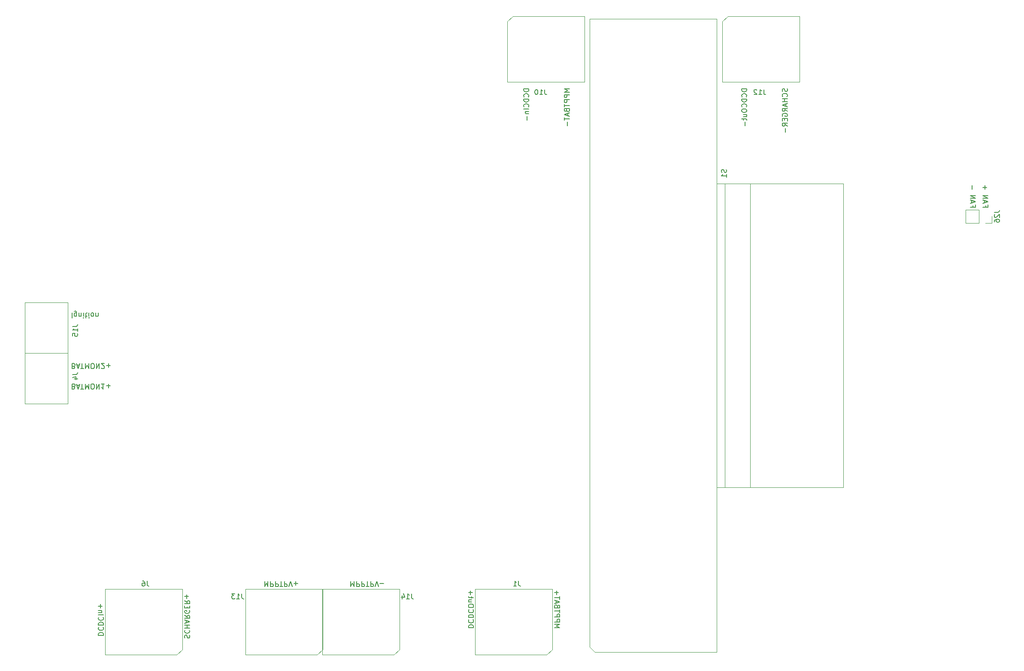
<source format=gbr>
%TF.GenerationSoftware,KiCad,Pcbnew,(5.1.8)-1*%
%TF.CreationDate,2021-07-20T16:41:24+02:00*%
%TF.ProjectId,FJElectricsPCBBack,464a456c-6563-4747-9269-637350434242,rev?*%
%TF.SameCoordinates,Original*%
%TF.FileFunction,Legend,Bot*%
%TF.FilePolarity,Positive*%
%FSLAX46Y46*%
G04 Gerber Fmt 4.6, Leading zero omitted, Abs format (unit mm)*
G04 Created by KiCad (PCBNEW (5.1.8)-1) date 2021-07-20 16:41:24*
%MOMM*%
%LPD*%
G01*
G04 APERTURE LIST*
%ADD10C,0.150000*%
%ADD11C,0.120000*%
G04 APERTURE END LIST*
D10*
X130404761Y8212023D02*
X130452380Y8069166D01*
X130452380Y7831071D01*
X130404761Y7735833D01*
X130357142Y7688214D01*
X130261904Y7640595D01*
X130166666Y7640595D01*
X130071428Y7688214D01*
X130023809Y7735833D01*
X129976190Y7831071D01*
X129928571Y8021547D01*
X129880952Y8116785D01*
X129833333Y8164404D01*
X129738095Y8212023D01*
X129642857Y8212023D01*
X129547619Y8164404D01*
X129500000Y8116785D01*
X129452380Y8021547D01*
X129452380Y7783452D01*
X129500000Y7640595D01*
X130357142Y6640595D02*
X130404761Y6688214D01*
X130452380Y6831071D01*
X130452380Y6926309D01*
X130404761Y7069166D01*
X130309523Y7164404D01*
X130214285Y7212023D01*
X130023809Y7259642D01*
X129880952Y7259642D01*
X129690476Y7212023D01*
X129595238Y7164404D01*
X129500000Y7069166D01*
X129452380Y6926309D01*
X129452380Y6831071D01*
X129500000Y6688214D01*
X129547619Y6640595D01*
X130452380Y6212023D02*
X129452380Y6212023D01*
X129928571Y6212023D02*
X129928571Y5640595D01*
X130452380Y5640595D02*
X129452380Y5640595D01*
X130166666Y5212023D02*
X130166666Y4735833D01*
X130452380Y5307261D02*
X129452380Y4973928D01*
X130452380Y4640595D01*
X130452380Y3735833D02*
X129976190Y4069166D01*
X130452380Y4307261D02*
X129452380Y4307261D01*
X129452380Y3926309D01*
X129500000Y3831071D01*
X129547619Y3783452D01*
X129642857Y3735833D01*
X129785714Y3735833D01*
X129880952Y3783452D01*
X129928571Y3831071D01*
X129976190Y3926309D01*
X129976190Y4307261D01*
X129500000Y2783452D02*
X129452380Y2878690D01*
X129452380Y3021547D01*
X129500000Y3164404D01*
X129595238Y3259642D01*
X129690476Y3307261D01*
X129880952Y3354880D01*
X130023809Y3354880D01*
X130214285Y3307261D01*
X130309523Y3259642D01*
X130404761Y3164404D01*
X130452380Y3021547D01*
X130452380Y2926309D01*
X130404761Y2783452D01*
X130357142Y2735833D01*
X130023809Y2735833D01*
X130023809Y2926309D01*
X129928571Y2307261D02*
X129928571Y1973928D01*
X130452380Y1831071D02*
X130452380Y2307261D01*
X129452380Y2307261D01*
X129452380Y1831071D01*
X130452380Y831071D02*
X129976190Y1164404D01*
X130452380Y1402500D02*
X129452380Y1402500D01*
X129452380Y1021547D01*
X129500000Y926309D01*
X129547619Y878690D01*
X129642857Y831071D01*
X129785714Y831071D01*
X129880952Y878690D01*
X129928571Y926309D01*
X129976190Y1021547D01*
X129976190Y1402500D01*
X130071428Y402500D02*
X130071428Y-359404D01*
X122452380Y8164404D02*
X121452380Y8164404D01*
X121452380Y7926309D01*
X121500000Y7783452D01*
X121595238Y7688214D01*
X121690476Y7640595D01*
X121880952Y7592976D01*
X122023809Y7592976D01*
X122214285Y7640595D01*
X122309523Y7688214D01*
X122404761Y7783452D01*
X122452380Y7926309D01*
X122452380Y8164404D01*
X122357142Y6592976D02*
X122404761Y6640595D01*
X122452380Y6783452D01*
X122452380Y6878690D01*
X122404761Y7021547D01*
X122309523Y7116785D01*
X122214285Y7164404D01*
X122023809Y7212023D01*
X121880952Y7212023D01*
X121690476Y7164404D01*
X121595238Y7116785D01*
X121500000Y7021547D01*
X121452380Y6878690D01*
X121452380Y6783452D01*
X121500000Y6640595D01*
X121547619Y6592976D01*
X122452380Y6164404D02*
X121452380Y6164404D01*
X121452380Y5926309D01*
X121500000Y5783452D01*
X121595238Y5688214D01*
X121690476Y5640595D01*
X121880952Y5592976D01*
X122023809Y5592976D01*
X122214285Y5640595D01*
X122309523Y5688214D01*
X122404761Y5783452D01*
X122452380Y5926309D01*
X122452380Y6164404D01*
X122357142Y4592976D02*
X122404761Y4640595D01*
X122452380Y4783452D01*
X122452380Y4878690D01*
X122404761Y5021547D01*
X122309523Y5116785D01*
X122214285Y5164404D01*
X122023809Y5212023D01*
X121880952Y5212023D01*
X121690476Y5164404D01*
X121595238Y5116785D01*
X121500000Y5021547D01*
X121452380Y4878690D01*
X121452380Y4783452D01*
X121500000Y4640595D01*
X121547619Y4592976D01*
X121452380Y3973928D02*
X121452380Y3783452D01*
X121500000Y3688214D01*
X121595238Y3592976D01*
X121785714Y3545357D01*
X122119047Y3545357D01*
X122309523Y3592976D01*
X122404761Y3688214D01*
X122452380Y3783452D01*
X122452380Y3973928D01*
X122404761Y4069166D01*
X122309523Y4164404D01*
X122119047Y4212023D01*
X121785714Y4212023D01*
X121595238Y4164404D01*
X121500000Y4069166D01*
X121452380Y3973928D01*
X121785714Y2688214D02*
X122452380Y2688214D01*
X121785714Y3116785D02*
X122309523Y3116785D01*
X122404761Y3069166D01*
X122452380Y2973928D01*
X122452380Y2831071D01*
X122404761Y2735833D01*
X122357142Y2688214D01*
X121785714Y2354880D02*
X121785714Y1973928D01*
X121452380Y2212023D02*
X122309523Y2212023D01*
X122404761Y2164404D01*
X122452380Y2069166D01*
X122452380Y1973928D01*
X122071428Y1640595D02*
X122071428Y878690D01*
X169571428Y-14831071D02*
X169571428Y-15164404D01*
X169047619Y-15164404D02*
X170047619Y-15164404D01*
X170047619Y-14688214D01*
X169333333Y-14354880D02*
X169333333Y-13878690D01*
X169047619Y-14450119D02*
X170047619Y-14116785D01*
X169047619Y-13783452D01*
X169047619Y-13450119D02*
X170047619Y-13450119D01*
X169047619Y-12878690D01*
X170047619Y-12878690D01*
X169428571Y-11640595D02*
X169428571Y-10878690D01*
X169047619Y-11259642D02*
X169809523Y-11259642D01*
X167071428Y-14831071D02*
X167071428Y-15164404D01*
X166547619Y-15164404D02*
X167547619Y-15164404D01*
X167547619Y-14688214D01*
X166833333Y-14354880D02*
X166833333Y-13878690D01*
X166547619Y-14450119D02*
X167547619Y-14116785D01*
X166547619Y-13783452D01*
X166547619Y-13450119D02*
X167547619Y-13450119D01*
X166547619Y-12878690D01*
X167547619Y-12878690D01*
X166928571Y-11640595D02*
X166928571Y-10878690D01*
X84547619Y-98164404D02*
X85547619Y-98164404D01*
X84833333Y-97831071D01*
X85547619Y-97497738D01*
X84547619Y-97497738D01*
X84547619Y-97021547D02*
X85547619Y-97021547D01*
X85547619Y-96640595D01*
X85500000Y-96545357D01*
X85452380Y-96497738D01*
X85357142Y-96450119D01*
X85214285Y-96450119D01*
X85119047Y-96497738D01*
X85071428Y-96545357D01*
X85023809Y-96640595D01*
X85023809Y-97021547D01*
X84547619Y-96021547D02*
X85547619Y-96021547D01*
X85547619Y-95640595D01*
X85500000Y-95545357D01*
X85452380Y-95497738D01*
X85357142Y-95450119D01*
X85214285Y-95450119D01*
X85119047Y-95497738D01*
X85071428Y-95545357D01*
X85023809Y-95640595D01*
X85023809Y-96021547D01*
X85547619Y-95164404D02*
X85547619Y-94592976D01*
X84547619Y-94878690D02*
X85547619Y-94878690D01*
X85071428Y-93926309D02*
X85023809Y-93783452D01*
X84976190Y-93735833D01*
X84880952Y-93688214D01*
X84738095Y-93688214D01*
X84642857Y-93735833D01*
X84595238Y-93783452D01*
X84547619Y-93878690D01*
X84547619Y-94259642D01*
X85547619Y-94259642D01*
X85547619Y-93926309D01*
X85500000Y-93831071D01*
X85452380Y-93783452D01*
X85357142Y-93735833D01*
X85261904Y-93735833D01*
X85166666Y-93783452D01*
X85119047Y-93831071D01*
X85071428Y-93926309D01*
X85071428Y-94259642D01*
X84833333Y-93307261D02*
X84833333Y-92831071D01*
X84547619Y-93402500D02*
X85547619Y-93069166D01*
X84547619Y-92735833D01*
X85547619Y-92545357D02*
X85547619Y-91973928D01*
X84547619Y-92259642D02*
X85547619Y-92259642D01*
X84928571Y-91640595D02*
X84928571Y-90878690D01*
X84547619Y-91259642D02*
X85309523Y-91259642D01*
X44335595Y-89047619D02*
X44335595Y-90047619D01*
X44668928Y-89333333D01*
X45002261Y-90047619D01*
X45002261Y-89047619D01*
X45478452Y-89047619D02*
X45478452Y-90047619D01*
X45859404Y-90047619D01*
X45954642Y-90000000D01*
X46002261Y-89952380D01*
X46049880Y-89857142D01*
X46049880Y-89714285D01*
X46002261Y-89619047D01*
X45954642Y-89571428D01*
X45859404Y-89523809D01*
X45478452Y-89523809D01*
X46478452Y-89047619D02*
X46478452Y-90047619D01*
X46859404Y-90047619D01*
X46954642Y-90000000D01*
X47002261Y-89952380D01*
X47049880Y-89857142D01*
X47049880Y-89714285D01*
X47002261Y-89619047D01*
X46954642Y-89571428D01*
X46859404Y-89523809D01*
X46478452Y-89523809D01*
X47335595Y-90047619D02*
X47907023Y-90047619D01*
X47621309Y-89047619D02*
X47621309Y-90047619D01*
X48240357Y-89047619D02*
X48240357Y-90047619D01*
X48621309Y-90047619D01*
X48716547Y-90000000D01*
X48764166Y-89952380D01*
X48811785Y-89857142D01*
X48811785Y-89714285D01*
X48764166Y-89619047D01*
X48716547Y-89571428D01*
X48621309Y-89523809D01*
X48240357Y-89523809D01*
X49097500Y-90047619D02*
X49430833Y-89047619D01*
X49764166Y-90047619D01*
X50097500Y-89428571D02*
X50859404Y-89428571D01*
X67547619Y-98164404D02*
X68547619Y-98164404D01*
X68547619Y-97926309D01*
X68500000Y-97783452D01*
X68404761Y-97688214D01*
X68309523Y-97640595D01*
X68119047Y-97592976D01*
X67976190Y-97592976D01*
X67785714Y-97640595D01*
X67690476Y-97688214D01*
X67595238Y-97783452D01*
X67547619Y-97926309D01*
X67547619Y-98164404D01*
X67642857Y-96592976D02*
X67595238Y-96640595D01*
X67547619Y-96783452D01*
X67547619Y-96878690D01*
X67595238Y-97021547D01*
X67690476Y-97116785D01*
X67785714Y-97164404D01*
X67976190Y-97212023D01*
X68119047Y-97212023D01*
X68309523Y-97164404D01*
X68404761Y-97116785D01*
X68500000Y-97021547D01*
X68547619Y-96878690D01*
X68547619Y-96783452D01*
X68500000Y-96640595D01*
X68452380Y-96592976D01*
X67547619Y-96164404D02*
X68547619Y-96164404D01*
X68547619Y-95926309D01*
X68500000Y-95783452D01*
X68404761Y-95688214D01*
X68309523Y-95640595D01*
X68119047Y-95592976D01*
X67976190Y-95592976D01*
X67785714Y-95640595D01*
X67690476Y-95688214D01*
X67595238Y-95783452D01*
X67547619Y-95926309D01*
X67547619Y-96164404D01*
X67642857Y-94592976D02*
X67595238Y-94640595D01*
X67547619Y-94783452D01*
X67547619Y-94878690D01*
X67595238Y-95021547D01*
X67690476Y-95116785D01*
X67785714Y-95164404D01*
X67976190Y-95212023D01*
X68119047Y-95212023D01*
X68309523Y-95164404D01*
X68404761Y-95116785D01*
X68500000Y-95021547D01*
X68547619Y-94878690D01*
X68547619Y-94783452D01*
X68500000Y-94640595D01*
X68452380Y-94592976D01*
X68547619Y-93973928D02*
X68547619Y-93783452D01*
X68500000Y-93688214D01*
X68404761Y-93592976D01*
X68214285Y-93545357D01*
X67880952Y-93545357D01*
X67690476Y-93592976D01*
X67595238Y-93688214D01*
X67547619Y-93783452D01*
X67547619Y-93973928D01*
X67595238Y-94069166D01*
X67690476Y-94164404D01*
X67880952Y-94212023D01*
X68214285Y-94212023D01*
X68404761Y-94164404D01*
X68500000Y-94069166D01*
X68547619Y-93973928D01*
X68214285Y-92688214D02*
X67547619Y-92688214D01*
X68214285Y-93116785D02*
X67690476Y-93116785D01*
X67595238Y-93069166D01*
X67547619Y-92973928D01*
X67547619Y-92831071D01*
X67595238Y-92735833D01*
X67642857Y-92688214D01*
X68214285Y-92354880D02*
X68214285Y-91973928D01*
X68547619Y-92212023D02*
X67690476Y-92212023D01*
X67595238Y-92164404D01*
X67547619Y-92069166D01*
X67547619Y-91973928D01*
X67928571Y-91640595D02*
X67928571Y-90878690D01*
X67547619Y-91259642D02*
X68309523Y-91259642D01*
X-10331071Y-46571428D02*
X-10188214Y-46523809D01*
X-10140595Y-46476190D01*
X-10092976Y-46380952D01*
X-10092976Y-46238095D01*
X-10140595Y-46142857D01*
X-10188214Y-46095238D01*
X-10283452Y-46047619D01*
X-10664404Y-46047619D01*
X-10664404Y-47047619D01*
X-10331071Y-47047619D01*
X-10235833Y-47000000D01*
X-10188214Y-46952380D01*
X-10140595Y-46857142D01*
X-10140595Y-46761904D01*
X-10188214Y-46666666D01*
X-10235833Y-46619047D01*
X-10331071Y-46571428D01*
X-10664404Y-46571428D01*
X-9712023Y-46333333D02*
X-9235833Y-46333333D01*
X-9807261Y-46047619D02*
X-9473928Y-47047619D01*
X-9140595Y-46047619D01*
X-8950119Y-47047619D02*
X-8378690Y-47047619D01*
X-8664404Y-46047619D02*
X-8664404Y-47047619D01*
X-8045357Y-46047619D02*
X-8045357Y-47047619D01*
X-7712023Y-46333333D01*
X-7378690Y-47047619D01*
X-7378690Y-46047619D01*
X-6712023Y-47047619D02*
X-6521547Y-47047619D01*
X-6426309Y-47000000D01*
X-6331071Y-46904761D01*
X-6283452Y-46714285D01*
X-6283452Y-46380952D01*
X-6331071Y-46190476D01*
X-6426309Y-46095238D01*
X-6521547Y-46047619D01*
X-6712023Y-46047619D01*
X-6807261Y-46095238D01*
X-6902500Y-46190476D01*
X-6950119Y-46380952D01*
X-6950119Y-46714285D01*
X-6902500Y-46904761D01*
X-6807261Y-47000000D01*
X-6712023Y-47047619D01*
X-5854880Y-46047619D02*
X-5854880Y-47047619D01*
X-5283452Y-46047619D01*
X-5283452Y-47047619D01*
X-4854880Y-46952380D02*
X-4807261Y-47000000D01*
X-4712023Y-47047619D01*
X-4473928Y-47047619D01*
X-4378690Y-47000000D01*
X-4331071Y-46952380D01*
X-4283452Y-46857142D01*
X-4283452Y-46761904D01*
X-4331071Y-46619047D01*
X-4902500Y-46047619D01*
X-4283452Y-46047619D01*
X-3854880Y-46428571D02*
X-3092976Y-46428571D01*
X-3473928Y-46047619D02*
X-3473928Y-46809523D01*
X-5452380Y-99664404D02*
X-4452380Y-99664404D01*
X-4452380Y-99426309D01*
X-4500000Y-99283452D01*
X-4595238Y-99188214D01*
X-4690476Y-99140595D01*
X-4880952Y-99092976D01*
X-5023809Y-99092976D01*
X-5214285Y-99140595D01*
X-5309523Y-99188214D01*
X-5404761Y-99283452D01*
X-5452380Y-99426309D01*
X-5452380Y-99664404D01*
X-5357142Y-98092976D02*
X-5404761Y-98140595D01*
X-5452380Y-98283452D01*
X-5452380Y-98378690D01*
X-5404761Y-98521547D01*
X-5309523Y-98616785D01*
X-5214285Y-98664404D01*
X-5023809Y-98712023D01*
X-4880952Y-98712023D01*
X-4690476Y-98664404D01*
X-4595238Y-98616785D01*
X-4500000Y-98521547D01*
X-4452380Y-98378690D01*
X-4452380Y-98283452D01*
X-4500000Y-98140595D01*
X-4547619Y-98092976D01*
X-5452380Y-97664404D02*
X-4452380Y-97664404D01*
X-4452380Y-97426309D01*
X-4499999Y-97283452D01*
X-4595238Y-97188214D01*
X-4690476Y-97140595D01*
X-4880952Y-97092976D01*
X-5023809Y-97092976D01*
X-5214285Y-97140595D01*
X-5309523Y-97188214D01*
X-5404761Y-97283452D01*
X-5452380Y-97426309D01*
X-5452380Y-97664404D01*
X-5357142Y-96092976D02*
X-5404761Y-96140595D01*
X-5452380Y-96283452D01*
X-5452380Y-96378690D01*
X-5404761Y-96521547D01*
X-5309523Y-96616785D01*
X-5214285Y-96664404D01*
X-5023809Y-96712023D01*
X-4880952Y-96712023D01*
X-4690476Y-96664404D01*
X-4595238Y-96616785D01*
X-4499999Y-96521547D01*
X-4452380Y-96378690D01*
X-4452380Y-96283452D01*
X-4499999Y-96140595D01*
X-4547619Y-96092976D01*
X-5452380Y-95664404D02*
X-4452380Y-95664404D01*
X-4785714Y-95188214D02*
X-5452380Y-95188214D01*
X-4880952Y-95188214D02*
X-4833333Y-95140595D01*
X-4785714Y-95045357D01*
X-4785714Y-94902500D01*
X-4833333Y-94807261D01*
X-4928571Y-94759642D01*
X-5452380Y-94759642D01*
X-5071428Y-94283452D02*
X-5071428Y-93521547D01*
X-5452380Y-93902500D02*
X-4690476Y-93902500D01*
X11595238Y-100212023D02*
X11547619Y-100069166D01*
X11547619Y-99831071D01*
X11595238Y-99735833D01*
X11642857Y-99688214D01*
X11738095Y-99640595D01*
X11833333Y-99640595D01*
X11928571Y-99688214D01*
X11976190Y-99735833D01*
X12023809Y-99831071D01*
X12071428Y-100021547D01*
X12119047Y-100116785D01*
X12166666Y-100164404D01*
X12261904Y-100212023D01*
X12357142Y-100212023D01*
X12452380Y-100164404D01*
X12500000Y-100116785D01*
X12547619Y-100021547D01*
X12547619Y-99783452D01*
X12500000Y-99640595D01*
X11642857Y-98640595D02*
X11595238Y-98688214D01*
X11547619Y-98831071D01*
X11547619Y-98926309D01*
X11595238Y-99069166D01*
X11690476Y-99164404D01*
X11785714Y-99212023D01*
X11976190Y-99259642D01*
X12119047Y-99259642D01*
X12309523Y-99212023D01*
X12404761Y-99164404D01*
X12500000Y-99069166D01*
X12547619Y-98926309D01*
X12547619Y-98831071D01*
X12500000Y-98688214D01*
X12452380Y-98640595D01*
X11547619Y-98212023D02*
X12547619Y-98212023D01*
X12071428Y-98212023D02*
X12071428Y-97640595D01*
X11547619Y-97640595D02*
X12547619Y-97640595D01*
X11833333Y-97212023D02*
X11833333Y-96735833D01*
X11547619Y-97307261D02*
X12547619Y-96973928D01*
X11547619Y-96640595D01*
X11547619Y-95735833D02*
X12023809Y-96069166D01*
X11547619Y-96307261D02*
X12547619Y-96307261D01*
X12547619Y-95926309D01*
X12500000Y-95831071D01*
X12452380Y-95783452D01*
X12357142Y-95735833D01*
X12214285Y-95735833D01*
X12119047Y-95783452D01*
X12071428Y-95831071D01*
X12023809Y-95926309D01*
X12023809Y-96307261D01*
X12500000Y-94783452D02*
X12547619Y-94878690D01*
X12547619Y-95021547D01*
X12500000Y-95164404D01*
X12404761Y-95259642D01*
X12309523Y-95307261D01*
X12119047Y-95354880D01*
X11976190Y-95354880D01*
X11785714Y-95307261D01*
X11690476Y-95259642D01*
X11595238Y-95164404D01*
X11547619Y-95021547D01*
X11547619Y-94926309D01*
X11595238Y-94783452D01*
X11642857Y-94735833D01*
X11976190Y-94735833D01*
X11976190Y-94926309D01*
X12071428Y-94307261D02*
X12071428Y-93973928D01*
X11547619Y-93831071D02*
X11547619Y-94307261D01*
X12547619Y-94307261D01*
X12547619Y-93831071D01*
X11547619Y-92831071D02*
X12023809Y-93164404D01*
X11547619Y-93402500D02*
X12547619Y-93402500D01*
X12547619Y-93021547D01*
X12500000Y-92926309D01*
X12452380Y-92878690D01*
X12357142Y-92831071D01*
X12214285Y-92831071D01*
X12119047Y-92878690D01*
X12071428Y-92926309D01*
X12023809Y-93021547D01*
X12023809Y-93402500D01*
X11928571Y-92402500D02*
X11928571Y-91640595D01*
X11547619Y-92021547D02*
X12309523Y-92021547D01*
X-10331071Y-50571428D02*
X-10188214Y-50523809D01*
X-10140595Y-50476190D01*
X-10092976Y-50380952D01*
X-10092976Y-50238095D01*
X-10140595Y-50142857D01*
X-10188214Y-50095238D01*
X-10283452Y-50047619D01*
X-10664404Y-50047619D01*
X-10664404Y-51047619D01*
X-10331071Y-51047619D01*
X-10235833Y-51000000D01*
X-10188214Y-50952380D01*
X-10140595Y-50857142D01*
X-10140595Y-50761904D01*
X-10188214Y-50666666D01*
X-10235833Y-50619047D01*
X-10331071Y-50571428D01*
X-10664404Y-50571428D01*
X-9712023Y-50333333D02*
X-9235833Y-50333333D01*
X-9807261Y-50047619D02*
X-9473928Y-51047619D01*
X-9140595Y-50047619D01*
X-8950119Y-51047619D02*
X-8378690Y-51047619D01*
X-8664404Y-50047619D02*
X-8664404Y-51047619D01*
X-8045357Y-50047619D02*
X-8045357Y-51047619D01*
X-7712023Y-50333333D01*
X-7378690Y-51047619D01*
X-7378690Y-50047619D01*
X-6712023Y-51047619D02*
X-6521547Y-51047619D01*
X-6426309Y-51000000D01*
X-6331071Y-50904761D01*
X-6283452Y-50714285D01*
X-6283452Y-50380952D01*
X-6331071Y-50190476D01*
X-6426309Y-50095238D01*
X-6521547Y-50047619D01*
X-6712023Y-50047619D01*
X-6807261Y-50095238D01*
X-6902500Y-50190476D01*
X-6950119Y-50380952D01*
X-6950119Y-50714285D01*
X-6902500Y-50904761D01*
X-6807261Y-51000000D01*
X-6712023Y-51047619D01*
X-5854880Y-50047619D02*
X-5854880Y-51047619D01*
X-5283452Y-50047619D01*
X-5283452Y-51047619D01*
X-4283452Y-50047619D02*
X-4854880Y-50047619D01*
X-4569166Y-50047619D02*
X-4569166Y-51047619D01*
X-4664404Y-50904761D01*
X-4759642Y-50809523D01*
X-4854880Y-50761904D01*
X-3854880Y-50428571D02*
X-3092976Y-50428571D01*
X-3473928Y-50047619D02*
X-3473928Y-50809523D01*
X-10664404Y-36047619D02*
X-10664404Y-37047619D01*
X-9759642Y-36714285D02*
X-9759642Y-35904761D01*
X-9807261Y-35809523D01*
X-9854880Y-35761904D01*
X-9950119Y-35714285D01*
X-10092976Y-35714285D01*
X-10188214Y-35761904D01*
X-9759642Y-36095238D02*
X-9854880Y-36047619D01*
X-10045357Y-36047619D01*
X-10140595Y-36095238D01*
X-10188214Y-36142857D01*
X-10235833Y-36238095D01*
X-10235833Y-36523809D01*
X-10188214Y-36619047D01*
X-10140595Y-36666666D01*
X-10045357Y-36714285D01*
X-9854880Y-36714285D01*
X-9759642Y-36666666D01*
X-9283452Y-36714285D02*
X-9283452Y-36047619D01*
X-9283452Y-36619047D02*
X-9235833Y-36666666D01*
X-9140595Y-36714285D01*
X-8997738Y-36714285D01*
X-8902500Y-36666666D01*
X-8854880Y-36571428D01*
X-8854880Y-36047619D01*
X-8378690Y-36047619D02*
X-8378690Y-36714285D01*
X-8378690Y-37047619D02*
X-8426309Y-37000000D01*
X-8378690Y-36952380D01*
X-8331071Y-37000000D01*
X-8378690Y-37047619D01*
X-8378690Y-36952380D01*
X-8045357Y-36714285D02*
X-7664404Y-36714285D01*
X-7902500Y-37047619D02*
X-7902500Y-36190476D01*
X-7854880Y-36095238D01*
X-7759642Y-36047619D01*
X-7664404Y-36047619D01*
X-7331071Y-36047619D02*
X-7331071Y-36714285D01*
X-7331071Y-37047619D02*
X-7378690Y-37000000D01*
X-7331071Y-36952380D01*
X-7283452Y-37000000D01*
X-7331071Y-37047619D01*
X-7331071Y-36952380D01*
X-6712023Y-36047619D02*
X-6807261Y-36095238D01*
X-6854880Y-36142857D01*
X-6902500Y-36238095D01*
X-6902500Y-36523809D01*
X-6854880Y-36619047D01*
X-6807261Y-36666666D01*
X-6712023Y-36714285D01*
X-6569166Y-36714285D01*
X-6473928Y-36666666D01*
X-6426309Y-36619047D01*
X-6378690Y-36523809D01*
X-6378690Y-36238095D01*
X-6426309Y-36142857D01*
X-6473928Y-36095238D01*
X-6569166Y-36047619D01*
X-6712023Y-36047619D01*
X-5950119Y-36714285D02*
X-5950119Y-36047619D01*
X-5950119Y-36619047D02*
X-5902500Y-36666666D01*
X-5807261Y-36714285D01*
X-5664404Y-36714285D01*
X-5569166Y-36666666D01*
X-5521547Y-36571428D01*
X-5521547Y-36047619D01*
X79452380Y8164404D02*
X78452380Y8164404D01*
X78452380Y7926309D01*
X78500000Y7783452D01*
X78595238Y7688214D01*
X78690476Y7640595D01*
X78880952Y7592976D01*
X79023809Y7592976D01*
X79214285Y7640595D01*
X79309523Y7688214D01*
X79404761Y7783452D01*
X79452380Y7926309D01*
X79452380Y8164404D01*
X79357142Y6592976D02*
X79404761Y6640595D01*
X79452380Y6783452D01*
X79452380Y6878690D01*
X79404761Y7021547D01*
X79309523Y7116785D01*
X79214285Y7164404D01*
X79023809Y7212023D01*
X78880952Y7212023D01*
X78690476Y7164404D01*
X78595238Y7116785D01*
X78500000Y7021547D01*
X78452380Y6878690D01*
X78452380Y6783452D01*
X78500000Y6640595D01*
X78547619Y6592976D01*
X79452380Y6164404D02*
X78452380Y6164404D01*
X78452380Y5926309D01*
X78500000Y5783452D01*
X78595238Y5688214D01*
X78690476Y5640595D01*
X78880952Y5592976D01*
X79023809Y5592976D01*
X79214285Y5640595D01*
X79309523Y5688214D01*
X79404761Y5783452D01*
X79452380Y5926309D01*
X79452380Y6164404D01*
X79357142Y4592976D02*
X79404761Y4640595D01*
X79452380Y4783452D01*
X79452380Y4878690D01*
X79404761Y5021547D01*
X79309523Y5116785D01*
X79214285Y5164404D01*
X79023809Y5212023D01*
X78880952Y5212023D01*
X78690476Y5164404D01*
X78595238Y5116785D01*
X78500000Y5021547D01*
X78452380Y4878690D01*
X78452380Y4783452D01*
X78500000Y4640595D01*
X78547619Y4592976D01*
X79452380Y4164404D02*
X78452380Y4164404D01*
X78785714Y3688214D02*
X79452380Y3688214D01*
X78880952Y3688214D02*
X78833333Y3640595D01*
X78785714Y3545357D01*
X78785714Y3402500D01*
X78833333Y3307261D01*
X78928571Y3259642D01*
X79452380Y3259642D01*
X79071428Y2783452D02*
X79071428Y2021547D01*
X87452380Y8164404D02*
X86452380Y8164404D01*
X87166666Y7831071D01*
X86452380Y7497738D01*
X87452380Y7497738D01*
X87452380Y7021547D02*
X86452380Y7021547D01*
X86452380Y6640595D01*
X86500000Y6545357D01*
X86547619Y6497738D01*
X86642857Y6450119D01*
X86785714Y6450119D01*
X86880952Y6497738D01*
X86928571Y6545357D01*
X86976190Y6640595D01*
X86976190Y7021547D01*
X87452380Y6021547D02*
X86452380Y6021547D01*
X86452380Y5640595D01*
X86500000Y5545357D01*
X86547619Y5497738D01*
X86642857Y5450119D01*
X86785714Y5450119D01*
X86880952Y5497738D01*
X86928571Y5545357D01*
X86976190Y5640595D01*
X86976190Y6021547D01*
X86452380Y5164404D02*
X86452380Y4592976D01*
X87452380Y4878690D02*
X86452380Y4878690D01*
X86928571Y3926309D02*
X86976190Y3783452D01*
X87023809Y3735833D01*
X87119047Y3688214D01*
X87261904Y3688214D01*
X87357142Y3735833D01*
X87404761Y3783452D01*
X87452380Y3878690D01*
X87452380Y4259642D01*
X86452380Y4259642D01*
X86452380Y3926309D01*
X86500000Y3831071D01*
X86547619Y3783452D01*
X86642857Y3735833D01*
X86738095Y3735833D01*
X86833333Y3783452D01*
X86880952Y3831071D01*
X86928571Y3926309D01*
X86928571Y4259642D01*
X87166666Y3307261D02*
X87166666Y2831071D01*
X87452380Y3402500D02*
X86452380Y3069166D01*
X87452380Y2735833D01*
X86452380Y2545357D02*
X86452380Y1973928D01*
X87452380Y2259642D02*
X86452380Y2259642D01*
X87071428Y1640595D02*
X87071428Y878690D01*
X27335595Y-89047619D02*
X27335595Y-90047619D01*
X27668928Y-89333333D01*
X28002261Y-90047619D01*
X28002261Y-89047619D01*
X28478452Y-89047619D02*
X28478452Y-90047619D01*
X28859404Y-90047619D01*
X28954642Y-90000000D01*
X29002261Y-89952380D01*
X29049880Y-89857142D01*
X29049880Y-89714285D01*
X29002261Y-89619047D01*
X28954642Y-89571428D01*
X28859404Y-89523809D01*
X28478452Y-89523809D01*
X29478452Y-89047619D02*
X29478452Y-90047619D01*
X29859404Y-90047619D01*
X29954642Y-90000000D01*
X30002261Y-89952380D01*
X30049880Y-89857142D01*
X30049880Y-89714285D01*
X30002261Y-89619047D01*
X29954642Y-89571428D01*
X29859404Y-89523809D01*
X29478452Y-89523809D01*
X30335595Y-90047619D02*
X30907023Y-90047619D01*
X30621309Y-89047619D02*
X30621309Y-90047619D01*
X31240357Y-89047619D02*
X31240357Y-90047619D01*
X31621309Y-90047619D01*
X31716547Y-90000000D01*
X31764166Y-89952380D01*
X31811785Y-89857142D01*
X31811785Y-89714285D01*
X31764166Y-89619047D01*
X31716547Y-89571428D01*
X31621309Y-89523809D01*
X31240357Y-89523809D01*
X32097500Y-90047619D02*
X32430833Y-89047619D01*
X32764166Y-90047619D01*
X33097500Y-89428571D02*
X33859404Y-89428571D01*
X33478452Y-89047619D02*
X33478452Y-89809523D01*
D11*
%TO.C,J4*%
X-11500000Y-44000000D02*
X-20000000Y-44000000D01*
X-11500000Y-54000000D02*
X-11500000Y-44000000D01*
X-20000000Y-44000000D02*
X-20000000Y-54000000D01*
X-20000000Y-54000000D02*
X-11500000Y-54000000D01*
%TO.C,J14*%
X53950000Y-102500000D02*
X53950000Y-90500000D01*
X38710000Y-103500000D02*
X52840000Y-103500000D01*
X52840000Y-103500000D02*
X53950000Y-102500000D01*
X53950000Y-90500000D02*
X38710000Y-90500000D01*
X38710000Y-90500000D02*
X38710000Y-103500000D01*
%TO.C,S1*%
X123100000Y-10500000D02*
X123100000Y-70500000D01*
X118100000Y-10500000D02*
X118100000Y-70500000D01*
X116500000Y-60820000D02*
X116500000Y-17005000D01*
X141500000Y-70500000D02*
X116500000Y-70500000D01*
X141500000Y-10500000D02*
X141500000Y-70500000D01*
X116500000Y-10500000D02*
X141465000Y-10500000D01*
X91500000Y-102000000D02*
X92500000Y-103000000D01*
X92500000Y-103000000D02*
X116500000Y-103000000D01*
X116500000Y-103000000D02*
X116500000Y22000000D01*
X116500000Y22000000D02*
X91500000Y22000000D01*
X91500000Y22000000D02*
X91500000Y-102000000D01*
%TO.C,J26*%
X165630000Y-18330000D02*
X165630000Y-15670000D01*
X168230000Y-18330000D02*
X165630000Y-18330000D01*
X168230000Y-15670000D02*
X165630000Y-15670000D01*
X168230000Y-18330000D02*
X168230000Y-15670000D01*
X169500000Y-18330000D02*
X170830000Y-18330000D01*
X170830000Y-18330000D02*
X170830000Y-17000000D01*
%TO.C,J6*%
X11110000Y-102500000D02*
X11110000Y-90500000D01*
X-4130000Y-103500000D02*
X10000000Y-103500000D01*
X10000000Y-103500000D02*
X11110000Y-102500000D01*
X11110000Y-90500000D02*
X-4130000Y-90500000D01*
X-4130000Y-90500000D02*
X-4130000Y-103500000D01*
%TO.C,J12*%
X117655000Y21500000D02*
X117655000Y9500000D01*
X132895000Y22500000D02*
X118765000Y22500000D01*
X118765000Y22500000D02*
X117655000Y21500000D01*
X117655000Y9500000D02*
X132895000Y9500000D01*
X132895000Y9500000D02*
X132895000Y22500000D01*
%TO.C,J10*%
X75190000Y21500000D02*
X75190000Y9500000D01*
X90430000Y22500000D02*
X76300000Y22500000D01*
X76300000Y22500000D02*
X75190000Y21500000D01*
X75190000Y9500000D02*
X90430000Y9500000D01*
X90430000Y9500000D02*
X90430000Y22500000D01*
%TO.C,J15*%
X-11500000Y-34000000D02*
X-20000000Y-34000000D01*
X-11500000Y-44000000D02*
X-11500000Y-34000000D01*
X-20000000Y-34000000D02*
X-20000000Y-44000000D01*
X-20000000Y-44000000D02*
X-11500000Y-44000000D01*
%TO.C,J13*%
X38810000Y-102500000D02*
X38810000Y-90500000D01*
X23570000Y-103500000D02*
X37700000Y-103500000D01*
X37700000Y-103500000D02*
X38810000Y-102500000D01*
X38810000Y-90500000D02*
X23570000Y-90500000D01*
X23570000Y-90500000D02*
X23570000Y-103500000D01*
%TO.C,J1*%
X84110000Y-102500000D02*
X84110000Y-90500000D01*
X68870000Y-103500000D02*
X83000000Y-103500000D01*
X83000000Y-103500000D02*
X84110000Y-102500000D01*
X84110000Y-90500000D02*
X68870000Y-90500000D01*
X68870000Y-90500000D02*
X68870000Y-103500000D01*
%TO.C,J4*%
D10*
X-10547619Y-48166666D02*
X-9833333Y-48166666D01*
X-9690476Y-48119047D01*
X-9595238Y-48023809D01*
X-9547619Y-47880952D01*
X-9547619Y-47785714D01*
X-10214285Y-49071428D02*
X-9547619Y-49071428D01*
X-10595238Y-48833333D02*
X-9880952Y-48595238D01*
X-9880952Y-49214285D01*
%TO.C,J14*%
X56309523Y-91452380D02*
X56309523Y-92166666D01*
X56357142Y-92309523D01*
X56452380Y-92404761D01*
X56595238Y-92452380D01*
X56690476Y-92452380D01*
X55309523Y-92452380D02*
X55880952Y-92452380D01*
X55595238Y-92452380D02*
X55595238Y-91452380D01*
X55690476Y-91595238D01*
X55785714Y-91690476D01*
X55880952Y-91738095D01*
X54452380Y-91785714D02*
X54452380Y-92452380D01*
X54690476Y-91404761D02*
X54928571Y-92119047D01*
X54309523Y-92119047D01*
%TO.C,S1*%
X118404761Y-7738095D02*
X118452380Y-7880952D01*
X118452380Y-8119047D01*
X118404761Y-8214285D01*
X118357142Y-8261904D01*
X118261904Y-8309523D01*
X118166666Y-8309523D01*
X118071428Y-8261904D01*
X118023809Y-8214285D01*
X117976190Y-8119047D01*
X117928571Y-7928571D01*
X117880952Y-7833333D01*
X117833333Y-7785714D01*
X117738095Y-7738095D01*
X117642857Y-7738095D01*
X117547619Y-7785714D01*
X117500000Y-7833333D01*
X117452380Y-7928571D01*
X117452380Y-8166666D01*
X117500000Y-8309523D01*
X118452380Y-9261904D02*
X118452380Y-8690476D01*
X118452380Y-8976190D02*
X117452380Y-8976190D01*
X117595238Y-8880952D01*
X117690476Y-8785714D01*
X117738095Y-8690476D01*
%TO.C,J26*%
X171282380Y-16190476D02*
X171996666Y-16190476D01*
X172139523Y-16142857D01*
X172234761Y-16047619D01*
X172282380Y-15904761D01*
X172282380Y-15809523D01*
X171377619Y-16619047D02*
X171330000Y-16666666D01*
X171282380Y-16761904D01*
X171282380Y-17000000D01*
X171330000Y-17095238D01*
X171377619Y-17142857D01*
X171472857Y-17190476D01*
X171568095Y-17190476D01*
X171710952Y-17142857D01*
X172282380Y-16571428D01*
X172282380Y-17190476D01*
X171282380Y-18047619D02*
X171282380Y-17857142D01*
X171330000Y-17761904D01*
X171377619Y-17714285D01*
X171520476Y-17619047D01*
X171710952Y-17571428D01*
X172091904Y-17571428D01*
X172187142Y-17619047D01*
X172234761Y-17666666D01*
X172282380Y-17761904D01*
X172282380Y-17952380D01*
X172234761Y-18047619D01*
X172187142Y-18095238D01*
X172091904Y-18142857D01*
X171853809Y-18142857D01*
X171758571Y-18095238D01*
X171710952Y-18047619D01*
X171663333Y-17952380D01*
X171663333Y-17761904D01*
X171710952Y-17666666D01*
X171758571Y-17619047D01*
X171853809Y-17571428D01*
%TO.C,J6*%
X4133333Y-88952380D02*
X4133333Y-89666666D01*
X4180952Y-89809523D01*
X4276190Y-89904761D01*
X4419047Y-89952380D01*
X4514285Y-89952380D01*
X3228571Y-88952380D02*
X3419047Y-88952380D01*
X3514285Y-89000000D01*
X3561904Y-89047619D01*
X3657142Y-89190476D01*
X3704761Y-89380952D01*
X3704761Y-89761904D01*
X3657142Y-89857142D01*
X3609523Y-89904761D01*
X3514285Y-89952380D01*
X3323809Y-89952380D01*
X3228571Y-89904761D01*
X3180952Y-89857142D01*
X3133333Y-89761904D01*
X3133333Y-89523809D01*
X3180952Y-89428571D01*
X3228571Y-89380952D01*
X3323809Y-89333333D01*
X3514285Y-89333333D01*
X3609523Y-89380952D01*
X3657142Y-89428571D01*
X3704761Y-89523809D01*
%TO.C,J12*%
X125809523Y8047619D02*
X125809523Y7333333D01*
X125857142Y7190476D01*
X125952380Y7095238D01*
X126095238Y7047619D01*
X126190476Y7047619D01*
X124809523Y7047619D02*
X125380952Y7047619D01*
X125095238Y7047619D02*
X125095238Y8047619D01*
X125190476Y7904761D01*
X125285714Y7809523D01*
X125380952Y7761904D01*
X124428571Y7952380D02*
X124380952Y8000000D01*
X124285714Y8047619D01*
X124047619Y8047619D01*
X123952380Y8000000D01*
X123904761Y7952380D01*
X123857142Y7857142D01*
X123857142Y7761904D01*
X123904761Y7619047D01*
X124476190Y7047619D01*
X123857142Y7047619D01*
%TO.C,J10*%
X82609523Y8047619D02*
X82609523Y7333333D01*
X82657142Y7190476D01*
X82752380Y7095238D01*
X82895238Y7047619D01*
X82990476Y7047619D01*
X81609523Y7047619D02*
X82180952Y7047619D01*
X81895238Y7047619D02*
X81895238Y8047619D01*
X81990476Y7904761D01*
X82085714Y7809523D01*
X82180952Y7761904D01*
X80990476Y8047619D02*
X80895238Y8047619D01*
X80800000Y8000000D01*
X80752380Y7952380D01*
X80704761Y7857142D01*
X80657142Y7666666D01*
X80657142Y7428571D01*
X80704761Y7238095D01*
X80752380Y7142857D01*
X80800000Y7095238D01*
X80895238Y7047619D01*
X80990476Y7047619D01*
X81085714Y7095238D01*
X81133333Y7142857D01*
X81180952Y7238095D01*
X81228571Y7428571D01*
X81228571Y7666666D01*
X81180952Y7857142D01*
X81133333Y7952380D01*
X81085714Y8000000D01*
X80990476Y8047619D01*
%TO.C,J15*%
X-10547619Y-38690476D02*
X-9833333Y-38690476D01*
X-9690476Y-38642857D01*
X-9595238Y-38547619D01*
X-9547619Y-38404761D01*
X-9547619Y-38309523D01*
X-9547619Y-39690476D02*
X-9547619Y-39119047D01*
X-9547619Y-39404761D02*
X-10547619Y-39404761D01*
X-10404761Y-39309523D01*
X-10309523Y-39214285D01*
X-10261904Y-39119047D01*
X-10547619Y-40595238D02*
X-10547619Y-40119047D01*
X-10071428Y-40071428D01*
X-10119047Y-40119047D01*
X-10166666Y-40214285D01*
X-10166666Y-40452380D01*
X-10119047Y-40547619D01*
X-10071428Y-40595238D01*
X-9976190Y-40642857D01*
X-9738095Y-40642857D01*
X-9642857Y-40595238D01*
X-9595238Y-40547619D01*
X-9547619Y-40452380D01*
X-9547619Y-40214285D01*
X-9595238Y-40119047D01*
X-9642857Y-40071428D01*
%TO.C,J13*%
X22809523Y-91452380D02*
X22809523Y-92166666D01*
X22857142Y-92309523D01*
X22952380Y-92404761D01*
X23095238Y-92452380D01*
X23190476Y-92452380D01*
X21809523Y-92452380D02*
X22380952Y-92452380D01*
X22095238Y-92452380D02*
X22095238Y-91452380D01*
X22190476Y-91595238D01*
X22285714Y-91690476D01*
X22380952Y-91738095D01*
X21476190Y-91452380D02*
X20857142Y-91452380D01*
X21190476Y-91833333D01*
X21047619Y-91833333D01*
X20952380Y-91880952D01*
X20904761Y-91928571D01*
X20857142Y-92023809D01*
X20857142Y-92261904D01*
X20904761Y-92357142D01*
X20952380Y-92404761D01*
X21047619Y-92452380D01*
X21333333Y-92452380D01*
X21428571Y-92404761D01*
X21476190Y-92357142D01*
%TO.C,J1*%
X77433333Y-88952380D02*
X77433333Y-89666666D01*
X77480952Y-89809523D01*
X77576190Y-89904761D01*
X77719047Y-89952380D01*
X77814285Y-89952380D01*
X76433333Y-89952380D02*
X77004761Y-89952380D01*
X76719047Y-89952380D02*
X76719047Y-88952380D01*
X76814285Y-89095238D01*
X76909523Y-89190476D01*
X77004761Y-89238095D01*
%TD*%
M02*

</source>
